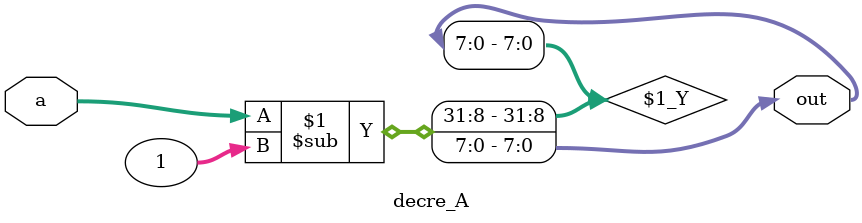
<source format=v>

module decre_A(output [7:0] out, input [7:0] a);

assign out = a - 1;

endmodule
</source>
